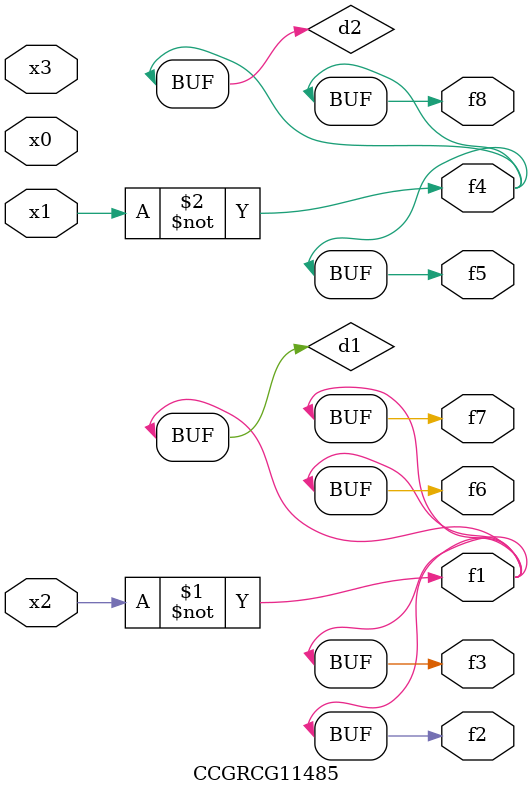
<source format=v>
module CCGRCG11485(
	input x0, x1, x2, x3,
	output f1, f2, f3, f4, f5, f6, f7, f8
);

	wire d1, d2;

	xnor (d1, x2);
	not (d2, x1);
	assign f1 = d1;
	assign f2 = d1;
	assign f3 = d1;
	assign f4 = d2;
	assign f5 = d2;
	assign f6 = d1;
	assign f7 = d1;
	assign f8 = d2;
endmodule

</source>
